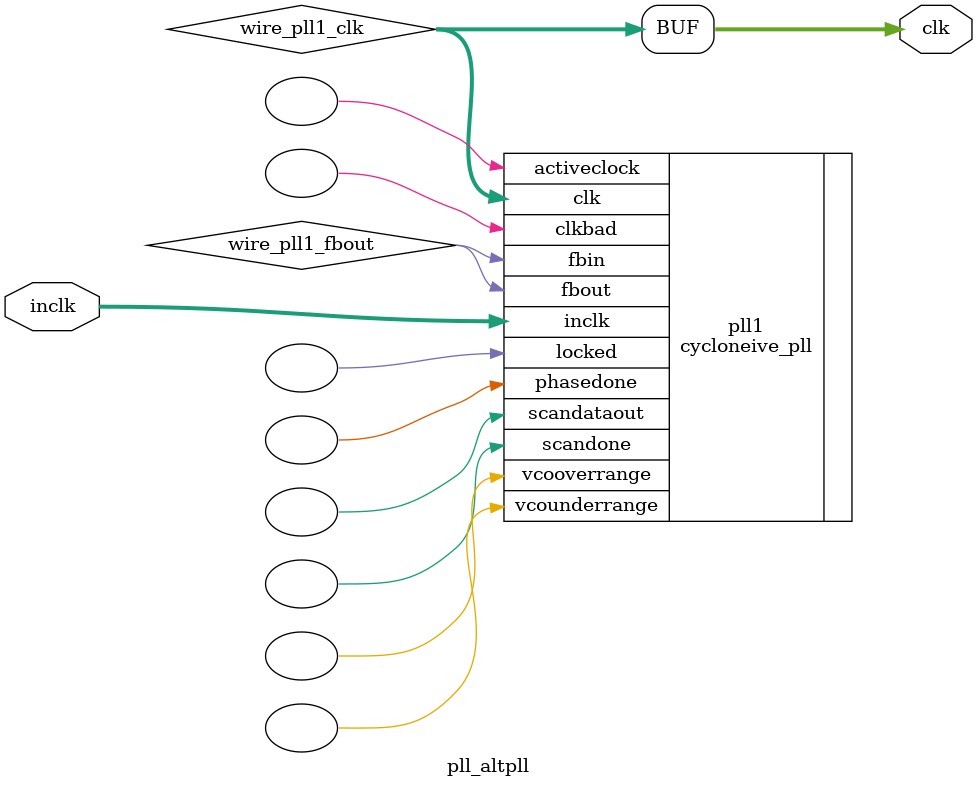
<source format=v>






//synthesis_resources = cycloneive_pll 1 
//synopsys translate_off
`timescale 1 ps / 1 ps
//synopsys translate_on
module  pll_altpll
	( 
	clk,
	inclk) /* synthesis synthesis_clearbox=1 */;
	output   [4:0]  clk;
	input   [1:0]  inclk;
`ifndef ALTERA_RESERVED_QIS
// synopsys translate_off
`endif
	tri0   [1:0]  inclk;
`ifndef ALTERA_RESERVED_QIS
// synopsys translate_on
`endif

	wire  [4:0]   wire_pll1_clk;
	wire  wire_pll1_fbout;

	cycloneive_pll   pll1
	( 
	.activeclock(),
	.clk(wire_pll1_clk),
	.clkbad(),
	.fbin(wire_pll1_fbout),
	.fbout(wire_pll1_fbout),
	.inclk(inclk),
	.locked(),
	.phasedone(),
	.scandataout(),
	.scandone(),
	.vcooverrange(),
	.vcounderrange()
	`ifndef FORMAL_VERIFICATION
	// synopsys translate_off
	`endif
	,
	.areset(1'b0),
	.clkswitch(1'b0),
	.configupdate(1'b0),
	.pfdena(1'b1),
	.phasecounterselect({3{1'b0}}),
	.phasestep(1'b0),
	.phaseupdown(1'b0),
	.scanclk(1'b0),
	.scanclkena(1'b1),
	.scandata(1'b0)
	`ifndef FORMAL_VERIFICATION
	// synopsys translate_on
	`endif
	);
	defparam
		pll1.bandwidth_type = "auto",
		pll1.clk0_divide_by = 1,
		pll1.clk0_duty_cycle = 50,
		pll1.clk0_multiply_by = 2,
		pll1.clk0_phase_shift = "0",
		pll1.compensate_clock = "clk0",
		pll1.inclk0_input_frequency = 20000,
		pll1.operation_mode = "normal",
		pll1.pll_type = "auto",
		pll1.lpm_type = "cycloneive_pll";
	assign
		clk = {wire_pll1_clk[4:0]};
endmodule //pll_altpll
//VALID FILE

</source>
